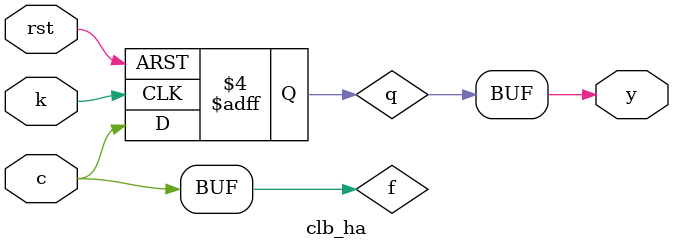
<source format=v>
module clb_ha(
	input c,
	input k,
	input rst,
	output y
);

	wire f;
	reg q;
	
	assign f = c | c;
	
	always @(posedge k, negedge rst) begin
		if (rst == 1'b0) begin
			q <= 1'b0;
		end else begin
			q <= f;
		end
	end
	
	assign y = q;
	
endmodule


</source>
